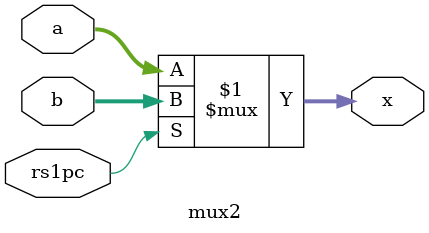
<source format=v>
module mux2 (
    input [31:0] a,
    input [31:0] b,
    input rs1pc,
    output [31:0] x
);
    assign x = rs1pc ? b : a;
endmodule

</source>
